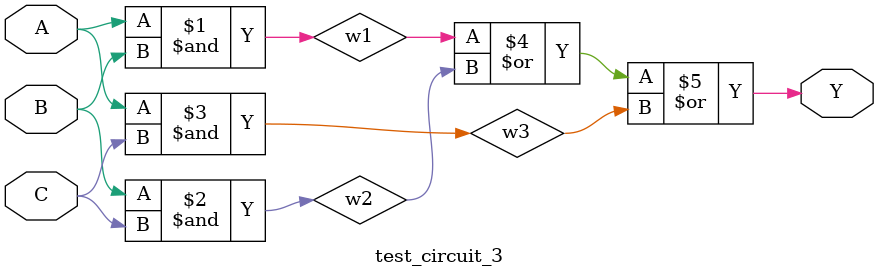
<source format=v>
module test_circuit_3 (A, B, C, Y);

    input A;
    input B;
    input C;
    output Y;    

    wire w1;
    wire w2;
    wire w3;

    and #(200) g0(w1,A,B);
    and #(200) g1(w2,B,C);
    and #(200) g2(w3,A,C);
    or  #(300) g3(Y,w1,w2,w3);

endmodule

</source>
